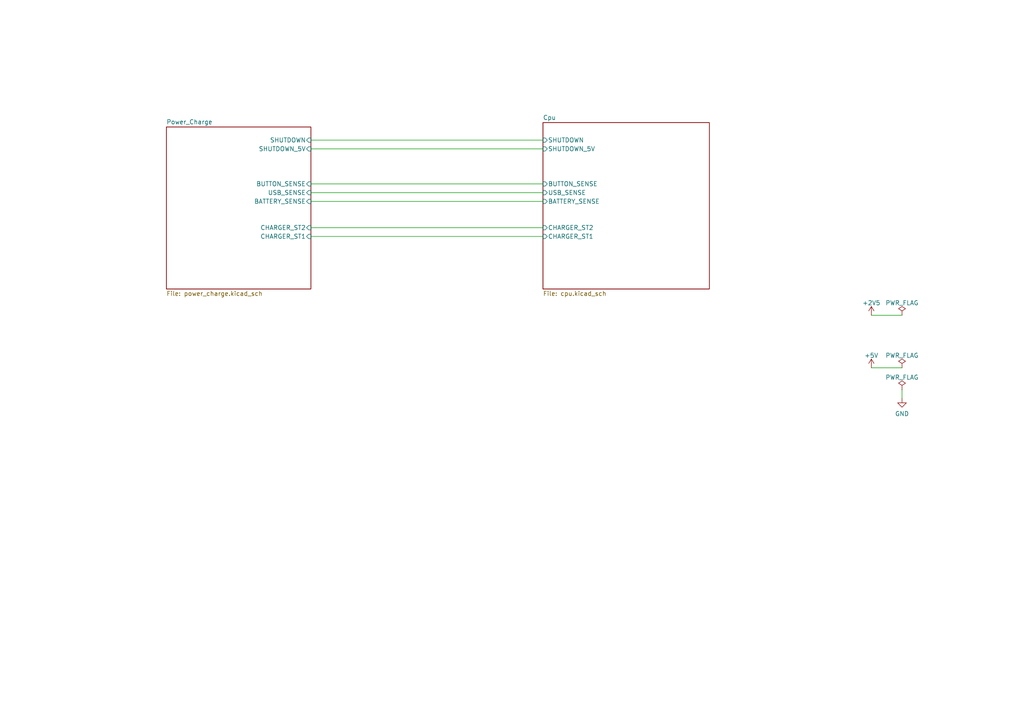
<source format=kicad_sch>
(kicad_sch (version 20211123) (generator eeschema)
  (paper "A4")
  (title_block (date "2022-06-08") (company "INSA - GEI"))
  (lib_symbols
    (symbol "power:+2V5" (power) (pin_names (offset 0))
      (property "Value" "+2V5" (at 0 3.556 0))
      (symbol "+2V5_0_1"
        (polyline (pts (xy -0.762 1.27) (xy 0 2.54)))
        (polyline (pts (xy 0 0) (xy 0 2.54)))
        (polyline (pts (xy 0 2.54) (xy 0.762 1.27)))
      )
      (symbol "+2V5_1_1"
        (pin power_in line (at 0 0 90) (length 0) hide (name "+2V5") (number "1"))
      )
    )
    (symbol "power:+5V" (power) (pin_names (offset 0))
      (property "Value" "+5V" (at 0 3.556 0))
      (symbol "+5V_0_1"
        (polyline (pts (xy -0.762 1.27) (xy 0 2.54)))
        (polyline (pts (xy 0 0) (xy 0 2.54)))
        (polyline (pts (xy 0 2.54) (xy 0.762 1.27)))
      )
      (symbol "+5V_1_1"
        (pin power_in line (at 0 0 90) (length 0) hide (name "+5V") (number "1"))
      )
    )
    (symbol "power:GND" (power) (pin_names (offset 0))
      (property "Value" "GND" (at 0 -3.81 0))
      (symbol "GND_0_1"
        (polyline (pts (xy 0 0) (xy 0 -1.27) (xy 1.27 -1.27) (xy 0 -2.54) (xy -1.27 -1.27) (xy 0 -1.27)))
      )
      (symbol "GND_1_1"
        (pin power_in line (at 0 0 270) (length 0) hide (name "GND") (number "1"))
      )
    )
    (symbol "power:PWR_FLAG" (power) (pin_numbers hide) (pin_names (offset 0) hide)
      (property "Value" "PWR_FLAG" (at 0 3.81 0))
      (symbol "PWR_FLAG_0_0"
        (pin power_out line (at 0 0 90) (length 0) (name "pwr") (number "1"))
      )
      (symbol "PWR_FLAG_0_1"
        (polyline (pts (xy 0 0) (xy 0 1.27) (xy -1.016 1.905) (xy 0 2.54) (xy 1.016 1.905) (xy 0 1.27)))
      )
    )
  )
  (wire (pts (xy 90.17 53.34) (xy 157.48 53.34)))
  (wire (pts (xy 90.17 55.88) (xy 157.48 55.88)))
  (wire (pts (xy 90.17 66.04) (xy 157.48 66.04)))
  (wire (pts (xy 252.73 91.44) (xy 261.62 91.44)))
  (wire (pts (xy 261.62 113.03) (xy 261.62 115.57)))
  (wire (pts (xy 252.73 106.68) (xy 261.62 106.68)))
  (wire (pts (xy 90.17 40.64) (xy 157.48 40.64)))
  (wire (pts (xy 90.17 43.18) (xy 157.48 43.18)))
  (wire (pts (xy 90.17 58.42) (xy 157.48 58.42)))
  (wire (pts (xy 90.17 68.58) (xy 157.48 68.58)))
  (symbol (lib_id "power:GND") (at 261.62 115.57 0) (unit 1)
    (property "Reference" "#PWR04" (effects hide))
    (property "Value" "GND" (at 261.62 120.0134 0))
  )
  (symbol (lib_id "power:+5V") (at 252.73 106.68 0) (unit 1)
    (property "Reference" "#PWR03" (effects hide))
    (property "Value" "+5V" (at 252.73 103.1042 0))
  )
  (symbol (lib_id "power:+2V5") (at 252.73 91.44 0) (unit 1)
    (property "Reference" "#PWR01" (effects hide))
    (property "Value" "+2V5" (at 252.73 87.8642 0))
  )
  (symbol (lib_id "power:PWR_FLAG") (at 261.62 106.68 0) (unit 1)
    (property "Reference" "#FLG03" (effects hide))
    (property "Value" "PWR_FLAG" (at 261.62 103.1042 0))
  )
  (symbol (lib_id "power:PWR_FLAG") (at 261.62 91.44 0) (unit 1)
    (property "Reference" "#FLG01" (effects hide))
    (property "Value" "PWR_FLAG" (at 261.62 87.8642 0))
  )
  (symbol (lib_id "power:PWR_FLAG") (at 261.62 113.03 0) (unit 1)
    (property "Reference" "#FLG04" (effects hide))
    (property "Value" "PWR_FLAG" (at 261.62 109.4542 0))
  )
  (sheet (at 157.48 35.56) (size 48.26 48.26) (stroke (width 0.1524))
    (property "Sheet name" "Cpu" (at 157.48 34.8484 0) (effects (justify left bottom)))
    (property "Sheet file" "cpu.kicad_sch" (at 157.48 84.4046 0) (effects (justify left top)))
    (pin "SHUTDOWN" input (at 157.48 40.64 180))
    (pin "BUTTON_SENSE" input (at 157.48 53.34 180))
    (pin "USB_SENSE" input (at 157.48 55.88 180))
    (pin "CHARGER_ST2" input (at 157.48 66.04 180))
    (pin "CHARGER_ST1" input (at 157.48 68.58 180))
    (pin "SHUTDOWN_5V" input (at 157.48 43.18 180))
    (pin "BATTERY_SENSE" input (at 157.48 58.42 180))
  )
  (sheet (at 48.26 36.83) (size 41.91 46.99) (stroke (width 0.1524))
    (property "Sheet name" "Power_Charge" (at 48.26 36.1184 0) (effects (justify left bottom)))
    (property "Sheet file" "power_charge.kicad_sch" (at 48.26 84.4046 0) (effects (justify left top)))
    (pin "BATTERY_SENSE" input (at 90.17 58.42 0))
    (pin "USB_SENSE" input (at 90.17 55.88 0))
    (pin "SHUTDOWN" input (at 90.17 40.64 0))
    (pin "BUTTON_SENSE" input (at 90.17 53.34 0))
    (pin "SHUTDOWN_5V" input (at 90.17 43.18 0))
    (pin "CHARGER_ST2" input (at 90.17 66.04 0))
    (pin "CHARGER_ST1" input (at 90.17 68.58 0))
  )
)
</source>
